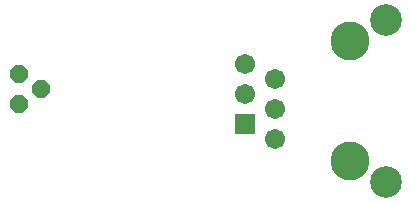
<source format=gbs>
G04 #@! TF.GenerationSoftware,KiCad,Pcbnew,7.0.2*
G04 #@! TF.CreationDate,2024-01-01T15:40:13-07:00*
G04 #@! TF.ProjectId,Temp Sensor Board 1,54656d70-2053-4656-9e73-6f7220426f61,rev?*
G04 #@! TF.SameCoordinates,Original*
G04 #@! TF.FileFunction,Soldermask,Bot*
G04 #@! TF.FilePolarity,Negative*
%FSLAX46Y46*%
G04 Gerber Fmt 4.6, Leading zero omitted, Abs format (unit mm)*
G04 Created by KiCad (PCBNEW 7.0.2) date 2024-01-01 15:40:13*
%MOMM*%
%LPD*%
G01*
G04 APERTURE LIST*
G04 Aperture macros list*
%AMRoundRect*
0 Rectangle with rounded corners*
0 $1 Rounding radius*
0 $2 $3 $4 $5 $6 $7 $8 $9 X,Y pos of 4 corners*
0 Add a 4 corners polygon primitive as box body*
4,1,4,$2,$3,$4,$5,$6,$7,$8,$9,$2,$3,0*
0 Add four circle primitives for the rounded corners*
1,1,$1+$1,$2,$3*
1,1,$1+$1,$4,$5*
1,1,$1+$1,$6,$7*
1,1,$1+$1,$8,$9*
0 Add four rect primitives between the rounded corners*
20,1,$1+$1,$2,$3,$4,$5,0*
20,1,$1+$1,$4,$5,$6,$7,0*
20,1,$1+$1,$6,$7,$8,$9,0*
20,1,$1+$1,$8,$9,$2,$3,0*%
%AMFreePoly0*
4,1,25,0.333266,0.742596,0.345389,0.732242,0.732242,0.345389,0.760749,0.289441,0.762000,0.273547,0.762000,-0.273547,0.742596,-0.333266,0.732242,-0.345389,0.345389,-0.732242,0.289441,-0.760749,0.273547,-0.762000,-0.273547,-0.762000,-0.333266,-0.742596,-0.345389,-0.732242,-0.732242,-0.345389,-0.760749,-0.289441,-0.762000,-0.273547,-0.762000,0.273547,-0.742596,0.333266,-0.732242,0.345389,
-0.345389,0.732242,-0.289441,0.760749,-0.273547,0.762000,0.273547,0.762000,0.333266,0.742596,0.333266,0.742596,$1*%
G04 Aperture macros list end*
%ADD10C,2.678200*%
%ADD11C,1.711200*%
%ADD12RoundRect,0.101600X0.754000X-0.754000X0.754000X0.754000X-0.754000X0.754000X-0.754000X-0.754000X0*%
%ADD13C,3.300000*%
%ADD14FreePoly0,270.000000*%
G04 APERTURE END LIST*
D10*
X153291000Y-76711000D03*
X153291000Y-90431000D03*
D11*
X143891000Y-81661000D03*
X143891000Y-84201000D03*
X143891000Y-86741000D03*
X141351000Y-80391000D03*
X141351000Y-82931000D03*
D12*
X141351000Y-85471000D03*
D13*
X150241000Y-78491000D03*
X150241000Y-88651000D03*
D14*
X122174000Y-81280000D03*
X124079000Y-82550000D03*
X122174000Y-83820000D03*
M02*

</source>
